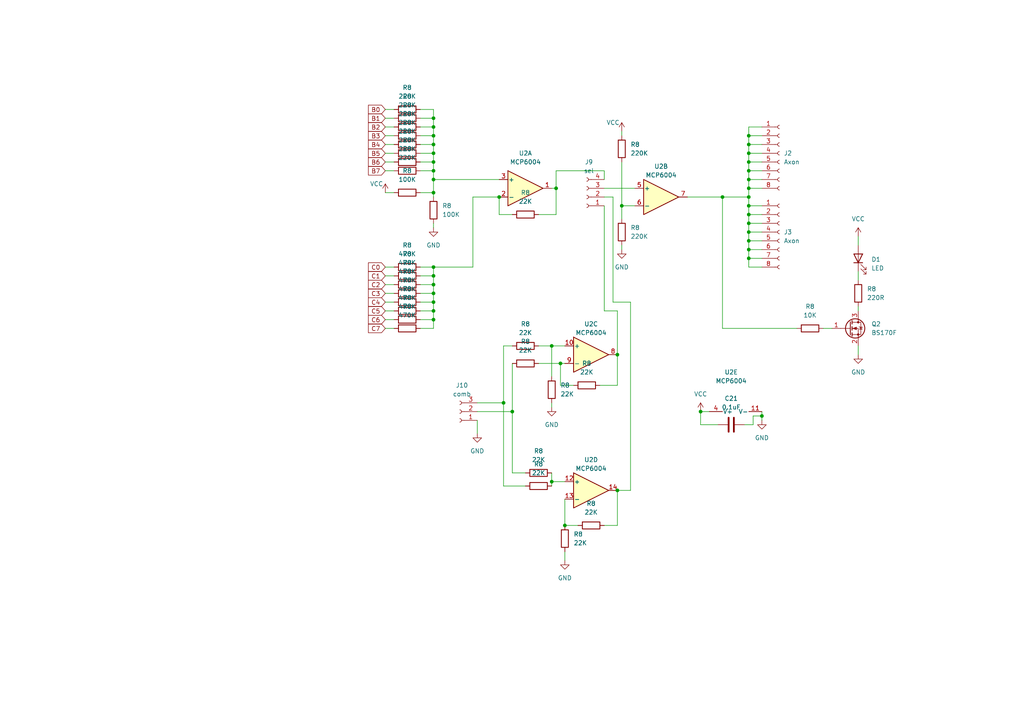
<source format=kicad_sch>
(kicad_sch (version 20230121) (generator eeschema)
  (paper "A4")
  (lib_symbols
    (symbol "Amplifier_Operational:MCP6004" (pin_names (offset 0.127))
      (property "Reference" "U" (at 0 5.08 0))
      (property "Value" "MCP6004" (at 0 -5.08 0))
      (symbol "MCP6004_1_1"
        (polyline (pts (xy -5.08 5.08) (xy 5.08 0) (xy -5.08 -5.08) (xy -5.08 5.08)) (stroke (width 0.254)) (fill (type background)))
        (pin output line (at 7.62 0 180) (length 2.54) (name "~") (number "1"))
        (pin input line (at -7.62 -2.54 0) (length 2.54) (name "-") (number "2"))
        (pin input line (at -7.62 2.54 0) (length 2.54) (name "+") (number "3"))
      )
      (symbol "MCP6004_2_1"
        (polyline (pts (xy -5.08 5.08) (xy 5.08 0) (xy -5.08 -5.08) (xy -5.08 5.08)) (stroke (width 0.254)) (fill (type background)))
        (pin input line (at -7.62 2.54 0) (length 2.54) (name "+") (number "5"))
        (pin input line (at -7.62 -2.54 0) (length 2.54) (name "-") (number "6"))
        (pin output line (at 7.62 0 180) (length 2.54) (name "~") (number "7"))
      )
      (symbol "MCP6004_3_1"
        (polyline (pts (xy -5.08 5.08) (xy 5.08 0) (xy -5.08 -5.08) (xy -5.08 5.08)) (stroke (width 0.254)) (fill (type background)))
        (pin input line (at -7.62 2.54 0) (length 2.54) (name "+") (number "10"))
        (pin output line (at 7.62 0 180) (length 2.54) (name "~") (number "8"))
        (pin input line (at -7.62 -2.54 0) (length 2.54) (name "-") (number "9"))
      )
      (symbol "MCP6004_4_1"
        (polyline (pts (xy -5.08 5.08) (xy 5.08 0) (xy -5.08 -5.08) (xy -5.08 5.08)) (stroke (width 0.254)) (fill (type background)))
        (pin input line (at -7.62 2.54 0) (length 2.54) (name "+") (number "12"))
        (pin input line (at -7.62 -2.54 0) (length 2.54) (name "-") (number "13"))
        (pin output line (at 7.62 0 180) (length 2.54) (name "~") (number "14"))
      )
      (symbol "MCP6004_5_1"
        (pin power_in line (at -2.54 -7.62 90) (length 3.81) (name "V-") (number "11"))
        (pin power_in line (at -2.54 7.62 270) (length 3.81) (name "V+") (number "4"))
      )
    )
    (symbol "Connector:Conn_01x03_Socket" (pin_names (offset 1.016) hide)
      (property "Reference" "J" (at 0 5.08 0))
      (property "Value" "Conn_01x03_Socket" (at 0 -5.08 0))
      (symbol "Conn_01x03_Socket_1_1"
        (arc (start 0 -2.032) (mid -0.5058 -2.54) (end 0 -3.048) (stroke (width 0.1524)))
        (polyline (pts (xy -1.27 -2.54) (xy -0.508 -2.54)) (stroke (width 0.1524)))
        (polyline (pts (xy -1.27 0) (xy -0.508 0)) (stroke (width 0.1524)))
        (polyline (pts (xy -1.27 2.54) (xy -0.508 2.54)) (stroke (width 0.1524)))
        (arc (start 0 0.508) (mid -0.5058 0) (end 0 -0.508) (stroke (width 0.1524)))
        (arc (start 0 3.048) (mid -0.5058 2.54) (end 0 2.032) (stroke (width 0.1524)))
        (pin passive line (at -5.08 2.54 0) (length 3.81) (name "Pin_1") (number "1"))
        (pin passive line (at -5.08 0 0) (length 3.81) (name "Pin_2") (number "2"))
        (pin passive line (at -5.08 -2.54 0) (length 3.81) (name "Pin_3") (number "3"))
      )
    )
    (symbol "Connector:Conn_01x04_Socket" (pin_names (offset 1.016) hide)
      (property "Reference" "J" (at 0 5.08 0))
      (property "Value" "Conn_01x04_Socket" (at 0 -7.62 0))
      (symbol "Conn_01x04_Socket_1_1"
        (arc (start 0 -4.572) (mid -0.5058 -5.08) (end 0 -5.588) (stroke (width 0.1524)))
        (arc (start 0 -2.032) (mid -0.5058 -2.54) (end 0 -3.048) (stroke (width 0.1524)))
        (polyline (pts (xy -1.27 -5.08) (xy -0.508 -5.08)) (stroke (width 0.1524)))
        (polyline (pts (xy -1.27 -2.54) (xy -0.508 -2.54)) (stroke (width 0.1524)))
        (polyline (pts (xy -1.27 0) (xy -0.508 0)) (stroke (width 0.1524)))
        (polyline (pts (xy -1.27 2.54) (xy -0.508 2.54)) (stroke (width 0.1524)))
        (arc (start 0 0.508) (mid -0.5058 0) (end 0 -0.508) (stroke (width 0.1524)))
        (arc (start 0 3.048) (mid -0.5058 2.54) (end 0 2.032) (stroke (width 0.1524)))
        (pin passive line (at -5.08 2.54 0) (length 3.81) (name "Pin_1") (number "1"))
        (pin passive line (at -5.08 0 0) (length 3.81) (name "Pin_2") (number "2"))
        (pin passive line (at -5.08 -2.54 0) (length 3.81) (name "Pin_3") (number "3"))
        (pin passive line (at -5.08 -5.08 0) (length 3.81) (name "Pin_4") (number "4"))
      )
    )
    (symbol "Connector:Conn_01x08_Socket" (pin_names (offset 1.016) hide)
      (property "Reference" "J" (at 0 10.16 0))
      (property "Value" "Conn_01x08_Socket" (at 0 -12.7 0))
      (symbol "Conn_01x08_Socket_1_1"
        (arc (start 0 -9.652) (mid -0.5058 -10.16) (end 0 -10.668) (stroke (width 0.1524)))
        (arc (start 0 -7.112) (mid -0.5058 -7.62) (end 0 -8.128) (stroke (width 0.1524)))
        (arc (start 0 -4.572) (mid -0.5058 -5.08) (end 0 -5.588) (stroke (width 0.1524)))
        (arc (start 0 -2.032) (mid -0.5058 -2.54) (end 0 -3.048) (stroke (width 0.1524)))
        (polyline (pts (xy -1.27 -10.16) (xy -0.508 -10.16)) (stroke (width 0.1524)))
        (polyline (pts (xy -1.27 -7.62) (xy -0.508 -7.62)) (stroke (width 0.1524)))
        (polyline (pts (xy -1.27 -5.08) (xy -0.508 -5.08)) (stroke (width 0.1524)))
        (polyline (pts (xy -1.27 -2.54) (xy -0.508 -2.54)) (stroke (width 0.1524)))
        (polyline (pts (xy -1.27 0) (xy -0.508 0)) (stroke (width 0.1524)))
        (polyline (pts (xy -1.27 2.54) (xy -0.508 2.54)) (stroke (width 0.1524)))
        (polyline (pts (xy -1.27 5.08) (xy -0.508 5.08)) (stroke (width 0.1524)))
        (polyline (pts (xy -1.27 7.62) (xy -0.508 7.62)) (stroke (width 0.1524)))
        (arc (start 0 0.508) (mid -0.5058 0) (end 0 -0.508) (stroke (width 0.1524)))
        (arc (start 0 3.048) (mid -0.5058 2.54) (end 0 2.032) (stroke (width 0.1524)))
        (arc (start 0 5.588) (mid -0.5058 5.08) (end 0 4.572) (stroke (width 0.1524)))
        (arc (start 0 8.128) (mid -0.5058 7.62) (end 0 7.112) (stroke (width 0.1524)))
        (pin passive line (at -5.08 7.62 0) (length 3.81) (name "Pin_1") (number "1"))
        (pin passive line (at -5.08 5.08 0) (length 3.81) (name "Pin_2") (number "2"))
        (pin passive line (at -5.08 2.54 0) (length 3.81) (name "Pin_3") (number "3"))
        (pin passive line (at -5.08 0 0) (length 3.81) (name "Pin_4") (number "4"))
        (pin passive line (at -5.08 -2.54 0) (length 3.81) (name "Pin_5") (number "5"))
        (pin passive line (at -5.08 -5.08 0) (length 3.81) (name "Pin_6") (number "6"))
        (pin passive line (at -5.08 -7.62 0) (length 3.81) (name "Pin_7") (number "7"))
        (pin passive line (at -5.08 -10.16 0) (length 3.81) (name "Pin_8") (number "8"))
      )
    )
    (symbol "Device:C" (pin_numbers hide) (pin_names (offset 0.254))
      (property "Reference" "C" (at 0.635 2.54 0))
      (property "Value" "C" (at 0.635 -2.54 0))
      (symbol "C_0_1"
        (polyline (pts (xy -2.032 -0.762) (xy 2.032 -0.762)) (stroke (width 0.508)))
        (polyline (pts (xy -2.032 0.762) (xy 2.032 0.762)) (stroke (width 0.508)))
      )
      (symbol "C_1_1"
        (pin passive line (at 0 3.81 270) (length 2.794) (name "~") (number "1"))
        (pin passive line (at 0 -3.81 90) (length 2.794) (name "~") (number "2"))
      )
    )
    (symbol "Device:LED" (pin_numbers hide) (pin_names (offset 1.016) hide)
      (property "Reference" "D" (at 0 2.54 0))
      (property "Value" "LED" (at 0 -2.54 0))
      (symbol "LED_0_1"
        (polyline (pts (xy -1.27 -1.27) (xy -1.27 1.27)) (stroke (width 0.254)))
        (polyline (pts (xy -1.27 0) (xy 1.27 0)))
        (polyline (pts (xy 1.27 -1.27) (xy 1.27 1.27) (xy -1.27 0) (xy 1.27 -1.27)) (stroke (width 0.254)))
        (polyline (pts (xy -3.048 -0.762) (xy -4.572 -2.286) (xy -3.81 -2.286) (xy -4.572 -2.286) (xy -4.572 -1.524)))
        (polyline (pts (xy -1.778 -0.762) (xy -3.302 -2.286) (xy -2.54 -2.286) (xy -3.302 -2.286) (xy -3.302 -1.524)))
      )
      (symbol "LED_1_1"
        (pin passive line (at -3.81 0 0) (length 2.54) (name "K") (number "1"))
        (pin passive line (at 3.81 0 180) (length 2.54) (name "A") (number "2"))
      )
    )
    (symbol "Device:R" (pin_numbers hide) (pin_names (offset 0))
      (property "Reference" "R" (at 2.032 0 90))
      (property "Value" "R" (at 0 0 90))
      (symbol "R_0_1"
        (rectangle (start -1.016 -2.54) (end 1.016 2.54) (stroke (width 0.254)))
      )
      (symbol "R_1_1"
        (pin passive line (at 0 3.81 270) (length 1.27) (name "~") (number "1"))
        (pin passive line (at 0 -3.81 90) (length 1.27) (name "~") (number "2"))
      )
    )
    (symbol "Transistor_FET:BS170F" (pin_names hide)
      (property "Reference" "Q" (at 5.08 1.905 0))
      (property "Value" "BS170F" (at 5.08 0 0))
      (symbol "BS170F_0_1"
        (polyline (pts (xy 0.254 0) (xy -2.54 0)))
        (polyline (pts (xy 0.254 1.905) (xy 0.254 -1.905)) (stroke (width 0.254)))
        (polyline (pts (xy 0.762 -1.27) (xy 0.762 -2.286)) (stroke (width 0.254)))
        (polyline (pts (xy 0.762 0.508) (xy 0.762 -0.508)) (stroke (width 0.254)))
        (polyline (pts (xy 0.762 2.286) (xy 0.762 1.27)) (stroke (width 0.254)))
        (polyline (pts (xy 2.54 2.54) (xy 2.54 1.778)))
        (polyline (pts (xy 2.54 -2.54) (xy 2.54 0) (xy 0.762 0)))
        (polyline (pts (xy 0.762 -1.778) (xy 3.302 -1.778) (xy 3.302 1.778) (xy 0.762 1.778)))
        (polyline (pts (xy 1.016 0) (xy 2.032 0.381) (xy 2.032 -0.381) (xy 1.016 0)) (fill (type outline)))
        (polyline (pts (xy 2.794 0.508) (xy 2.921 0.381) (xy 3.683 0.381) (xy 3.81 0.254)))
        (polyline (pts (xy 3.302 0.381) (xy 2.921 -0.254) (xy 3.683 -0.254) (xy 3.302 0.381)))
        (circle (center 1.651 0) (radius 2.794) (stroke (width 0.254)))
        (circle (center 2.54 -1.778) (radius 0.254) (fill (type outline)))
        (circle (center 2.54 1.778) (radius 0.254) (fill (type outline)))
      )
      (symbol "BS170F_1_1"
        (pin input line (at -5.08 0 0) (length 2.54) (name "G") (number "1"))
        (pin passive line (at 2.54 -5.08 90) (length 2.54) (name "S") (number "2"))
        (pin passive line (at 2.54 5.08 270) (length 2.54) (name "D") (number "3"))
      )
    )
    (symbol "power:GND" (power) (pin_names (offset 0))
      (property "Value" "GND" (at 0 -3.81 0))
      (symbol "GND_0_1"
        (polyline (pts (xy 0 0) (xy 0 -1.27) (xy 1.27 -1.27) (xy 0 -2.54) (xy -1.27 -1.27) (xy 0 -1.27)))
      )
      (symbol "GND_1_1"
        (pin power_in line (at 0 0 270) (length 0) hide (name "GND") (number "1"))
      )
    )
    (symbol "power:VCC" (power) (pin_names (offset 0))
      (property "Value" "VCC" (at 0 3.81 0))
      (symbol "VCC_0_1"
        (polyline (pts (xy -0.762 1.27) (xy 0 2.54)))
        (polyline (pts (xy 0 0) (xy 0 2.54)))
        (polyline (pts (xy 0 2.54) (xy 0.762 1.27)))
      )
      (symbol "VCC_1_1"
        (pin power_in line (at 0 0 90) (length 0) hide (name "VCC") (number "1"))
      )
    )
  )
  (junction (at 217.17 67.31))
  (junction (at 217.17 52.07))
  (junction (at 125.73 39.37))
  (junction (at 217.17 41.91))
  (junction (at 160.02 100.33))
  (junction (at 209.55 57.15))
  (junction (at 146.05 116.84))
  (junction (at 217.17 46.99))
  (junction (at 125.73 36.83))
  (junction (at 125.73 44.45))
  (junction (at 125.73 55.88))
  (junction (at 125.73 90.17))
  (junction (at 125.73 49.53))
  (junction (at 217.17 54.61))
  (junction (at 203.2 119.38))
  (junction (at 160.02 139.7))
  (junction (at 125.73 80.01))
  (junction (at 180.34 59.69))
  (junction (at 217.17 49.53))
  (junction (at 217.17 74.93))
  (junction (at 125.73 92.71))
  (junction (at 125.73 46.99))
  (junction (at 125.73 77.47))
  (junction (at 125.73 41.91))
  (junction (at 125.73 34.29))
  (junction (at 125.73 85.09))
  (junction (at 217.17 39.37))
  (junction (at 220.98 120.65))
  (junction (at 179.07 102.87))
  (junction (at 179.07 142.24))
  (junction (at 125.73 52.07))
  (junction (at 217.17 62.23))
  (junction (at 125.73 87.63))
  (junction (at 163.83 152.4))
  (junction (at 162.56 105.41))
  (junction (at 161.29 54.61))
  (junction (at 217.17 44.45))
  (junction (at 217.17 59.69))
  (junction (at 217.17 57.15))
  (junction (at 217.17 69.85))
  (junction (at 148.59 119.38))
  (junction (at 217.17 72.39))
  (junction (at 144.78 57.15))
  (junction (at 217.17 64.77))
  (junction (at 125.73 82.55))
  (wire (pts (xy 148.59 100.33) (xy 146.05 100.33)))
  (wire (pts (xy 175.26 90.17) (xy 179.07 90.17)))
  (wire (pts (xy 138.43 116.84) (xy 146.05 116.84)))
  (wire (pts (xy 121.92 41.91) (xy 125.73 41.91)))
  (wire (pts (xy 220.98 119.38) (xy 220.98 120.65)))
  (wire (pts (xy 121.92 46.99) (xy 125.73 46.99)))
  (wire (pts (xy 163.83 144.78) (xy 163.83 152.4)))
  (wire (pts (xy 125.73 31.75) (xy 121.92 31.75)))
  (wire (pts (xy 148.59 105.41) (xy 148.59 119.38)))
  (wire (pts (xy 160.02 139.7) (xy 163.83 139.7)))
  (wire (pts (xy 121.92 82.55) (xy 125.73 82.55)))
  (wire (pts (xy 121.92 92.71) (xy 125.73 92.71)))
  (wire (pts (xy 217.17 54.61) (xy 220.98 54.61)))
  (wire (pts (xy 137.16 57.15) (xy 137.16 77.47)))
  (wire (pts (xy 248.92 78.74) (xy 248.92 81.28)))
  (wire (pts (xy 162.56 111.76) (xy 162.56 105.41)))
  (wire (pts (xy 238.76 95.25) (xy 241.3 95.25)))
  (wire (pts (xy 146.05 116.84) (xy 146.05 140.97)))
  (wire (pts (xy 215.9 123.19) (xy 218.44 123.19)))
  (wire (pts (xy 121.92 95.25) (xy 125.73 95.25)))
  (wire (pts (xy 217.17 74.93) (xy 217.17 77.47)))
  (wire (pts (xy 121.92 39.37) (xy 125.73 39.37)))
  (wire (pts (xy 111.76 55.88) (xy 114.3 55.88)))
  (wire (pts (xy 217.17 62.23) (xy 220.98 62.23)))
  (wire (pts (xy 121.92 85.09) (xy 125.73 85.09)))
  (wire (pts (xy 160.02 137.16) (xy 160.02 139.7)))
  (wire (pts (xy 121.92 87.63) (xy 125.73 87.63)))
  (wire (pts (xy 161.29 49.53) (xy 161.29 54.61)))
  (wire (pts (xy 160.02 139.7) (xy 160.02 140.97)))
  (wire (pts (xy 111.76 82.55) (xy 114.3 82.55)))
  (wire (pts (xy 111.76 85.09) (xy 114.3 85.09)))
  (wire (pts (xy 111.76 49.53) (xy 114.3 49.53)))
  (wire (pts (xy 163.83 160.02) (xy 163.83 162.56)))
  (wire (pts (xy 111.76 36.83) (xy 114.3 36.83)))
  (wire (pts (xy 218.44 120.65) (xy 220.98 120.65)))
  (wire (pts (xy 179.07 111.76) (xy 179.07 102.87)))
  (wire (pts (xy 217.17 41.91) (xy 217.17 44.45)))
  (wire (pts (xy 217.17 46.99) (xy 220.98 46.99)))
  (wire (pts (xy 121.92 80.01) (xy 125.73 80.01)))
  (wire (pts (xy 125.73 82.55) (xy 125.73 85.09)))
  (wire (pts (xy 125.73 90.17) (xy 125.73 92.71)))
  (wire (pts (xy 111.76 41.91) (xy 114.3 41.91)))
  (wire (pts (xy 217.17 54.61) (xy 217.17 57.15)))
  (wire (pts (xy 121.92 90.17) (xy 125.73 90.17)))
  (wire (pts (xy 173.99 111.76) (xy 179.07 111.76)))
  (wire (pts (xy 161.29 62.23) (xy 156.21 62.23)))
  (wire (pts (xy 144.78 57.15) (xy 144.78 62.23)))
  (wire (pts (xy 217.17 39.37) (xy 220.98 39.37)))
  (wire (pts (xy 156.21 100.33) (xy 160.02 100.33)))
  (wire (pts (xy 217.17 49.53) (xy 217.17 52.07)))
  (wire (pts (xy 248.92 88.9) (xy 248.92 90.17)))
  (wire (pts (xy 217.17 44.45) (xy 217.17 46.99)))
  (wire (pts (xy 163.83 152.4) (xy 167.64 152.4)))
  (wire (pts (xy 125.73 57.15) (xy 125.73 55.88)))
  (wire (pts (xy 148.59 137.16) (xy 152.4 137.16)))
  (wire (pts (xy 125.73 92.71) (xy 125.73 95.25)))
  (wire (pts (xy 161.29 54.61) (xy 161.29 62.23)))
  (wire (pts (xy 125.73 52.07) (xy 144.78 52.07)))
  (wire (pts (xy 217.17 69.85) (xy 217.17 72.39)))
  (wire (pts (xy 217.17 59.69) (xy 220.98 59.69)))
  (wire (pts (xy 180.34 46.99) (xy 180.34 59.69)))
  (wire (pts (xy 125.73 46.99) (xy 125.73 44.45)))
  (wire (pts (xy 111.76 92.71) (xy 114.3 92.71)))
  (wire (pts (xy 111.76 87.63) (xy 114.3 87.63)))
  (wire (pts (xy 175.26 52.07) (xy 175.26 49.53)))
  (wire (pts (xy 199.39 57.15) (xy 209.55 57.15)))
  (wire (pts (xy 182.88 142.24) (xy 179.07 142.24)))
  (wire (pts (xy 203.2 119.38) (xy 205.74 119.38)))
  (wire (pts (xy 209.55 95.25) (xy 231.14 95.25)))
  (wire (pts (xy 148.59 119.38) (xy 148.59 137.16)))
  (wire (pts (xy 209.55 57.15) (xy 217.17 57.15)))
  (wire (pts (xy 146.05 140.97) (xy 152.4 140.97)))
  (wire (pts (xy 111.76 77.47) (xy 114.3 77.47)))
  (wire (pts (xy 125.73 39.37) (xy 125.73 36.83)))
  (wire (pts (xy 125.73 80.01) (xy 125.73 82.55)))
  (wire (pts (xy 217.17 46.99) (xy 217.17 49.53)))
  (wire (pts (xy 220.98 36.83) (xy 217.17 36.83)))
  (wire (pts (xy 220.98 120.65) (xy 220.98 121.92)))
  (wire (pts (xy 125.73 44.45) (xy 125.73 41.91)))
  (wire (pts (xy 217.17 52.07) (xy 220.98 52.07)))
  (wire (pts (xy 217.17 41.91) (xy 220.98 41.91)))
  (wire (pts (xy 111.76 39.37) (xy 114.3 39.37)))
  (wire (pts (xy 217.17 39.37) (xy 217.17 41.91)))
  (wire (pts (xy 175.26 54.61) (xy 184.15 54.61)))
  (wire (pts (xy 179.07 90.17) (xy 179.07 102.87)))
  (wire (pts (xy 166.37 111.76) (xy 162.56 111.76)))
  (wire (pts (xy 125.73 34.29) (xy 125.73 31.75)))
  (wire (pts (xy 125.73 36.83) (xy 125.73 34.29)))
  (wire (pts (xy 138.43 121.92) (xy 138.43 125.73)))
  (wire (pts (xy 175.26 57.15) (xy 177.8 57.15)))
  (wire (pts (xy 160.02 100.33) (xy 160.02 109.22)))
  (wire (pts (xy 217.17 57.15) (xy 217.17 59.69)))
  (wire (pts (xy 180.34 59.69) (xy 180.34 63.5)))
  (wire (pts (xy 125.73 41.91) (xy 125.73 39.37)))
  (wire (pts (xy 217.17 49.53) (xy 220.98 49.53)))
  (wire (pts (xy 209.55 57.15) (xy 209.55 95.25)))
  (wire (pts (xy 156.21 105.41) (xy 162.56 105.41)))
  (wire (pts (xy 175.26 152.4) (xy 179.07 152.4)))
  (wire (pts (xy 177.8 87.63) (xy 182.88 87.63)))
  (wire (pts (xy 160.02 54.61) (xy 161.29 54.61)))
  (wire (pts (xy 217.17 44.45) (xy 220.98 44.45)))
  (wire (pts (xy 160.02 116.84) (xy 160.02 118.11)))
  (wire (pts (xy 217.17 59.69) (xy 217.17 62.23)))
  (wire (pts (xy 208.28 123.19) (xy 203.2 123.19)))
  (wire (pts (xy 180.34 59.69) (xy 184.15 59.69)))
  (wire (pts (xy 182.88 87.63) (xy 182.88 142.24)))
  (wire (pts (xy 217.17 67.31) (xy 217.17 69.85)))
  (wire (pts (xy 160.02 100.33) (xy 163.83 100.33)))
  (wire (pts (xy 125.73 49.53) (xy 125.73 46.99)))
  (wire (pts (xy 125.73 85.09) (xy 125.73 87.63)))
  (wire (pts (xy 217.17 69.85) (xy 220.98 69.85)))
  (wire (pts (xy 162.56 105.41) (xy 163.83 105.41)))
  (wire (pts (xy 217.17 77.47) (xy 220.98 77.47)))
  (wire (pts (xy 111.76 90.17) (xy 114.3 90.17)))
  (wire (pts (xy 125.73 77.47) (xy 121.92 77.47)))
  (wire (pts (xy 217.17 52.07) (xy 217.17 54.61)))
  (wire (pts (xy 217.17 72.39) (xy 217.17 74.93)))
  (wire (pts (xy 111.76 95.25) (xy 114.3 95.25)))
  (wire (pts (xy 111.76 31.75) (xy 114.3 31.75)))
  (wire (pts (xy 137.16 77.47) (xy 125.73 77.47)))
  (wire (pts (xy 203.2 123.19) (xy 203.2 119.38)))
  (wire (pts (xy 180.34 38.1) (xy 180.34 39.37)))
  (wire (pts (xy 121.92 55.88) (xy 125.73 55.88)))
  (wire (pts (xy 248.92 68.58) (xy 248.92 71.12)))
  (wire (pts (xy 177.8 57.15) (xy 177.8 87.63)))
  (wire (pts (xy 125.73 64.77) (xy 125.73 66.04)))
  (wire (pts (xy 217.17 64.77) (xy 217.17 67.31)))
  (wire (pts (xy 125.73 55.88) (xy 125.73 52.07)))
  (wire (pts (xy 217.17 72.39) (xy 220.98 72.39)))
  (wire (pts (xy 111.76 46.99) (xy 114.3 46.99)))
  (wire (pts (xy 217.17 74.93) (xy 220.98 74.93)))
  (wire (pts (xy 111.76 34.29) (xy 114.3 34.29)))
  (wire (pts (xy 217.17 62.23) (xy 217.17 64.77)))
  (wire (pts (xy 217.17 64.77) (xy 220.98 64.77)))
  (wire (pts (xy 218.44 123.19) (xy 218.44 120.65)))
  (wire (pts (xy 217.17 36.83) (xy 217.17 39.37)))
  (wire (pts (xy 138.43 119.38) (xy 148.59 119.38)))
  (wire (pts (xy 111.76 80.01) (xy 114.3 80.01)))
  (wire (pts (xy 121.92 36.83) (xy 125.73 36.83)))
  (wire (pts (xy 175.26 59.69) (xy 175.26 90.17)))
  (wire (pts (xy 144.78 62.23) (xy 148.59 62.23)))
  (wire (pts (xy 146.05 100.33) (xy 146.05 116.84)))
  (wire (pts (xy 217.17 67.31) (xy 220.98 67.31)))
  (wire (pts (xy 175.26 49.53) (xy 161.29 49.53)))
  (wire (pts (xy 180.34 71.12) (xy 180.34 72.39)))
  (wire (pts (xy 121.92 34.29) (xy 125.73 34.29)))
  (wire (pts (xy 179.07 152.4) (xy 179.07 142.24)))
  (wire (pts (xy 125.73 80.01) (xy 125.73 77.47)))
  (wire (pts (xy 125.73 52.07) (xy 125.73 49.53)))
  (wire (pts (xy 121.92 44.45) (xy 125.73 44.45)))
  (wire (pts (xy 125.73 87.63) (xy 125.73 90.17)))
  (wire (pts (xy 121.92 49.53) (xy 125.73 49.53)))
  (wire (pts (xy 111.76 44.45) (xy 114.3 44.45)))
  (wire (pts (xy 248.92 100.33) (xy 248.92 102.87)))
  (wire (pts (xy 144.78 57.15) (xy 137.16 57.15)))
  (global_label "C2" (shape input) (at 111.76 82.55 180) (property "Intersheetrefs" "${INTERSHEET_REFS}" (effects hide)))
  (global_label "B5" (shape input) (at 111.76 44.45 180) (property "Intersheetrefs" "${INTERSHEET_REFS}" (effects hide)))
  (global_label "B0" (shape input) (at 111.76 31.75 180) (property "Intersheetrefs" "${INTERSHEET_REFS}" (effects hide)))
  (global_label "B4" (shape input) (at 111.76 41.91 180) (property "Intersheetrefs" "${INTERSHEET_REFS}" (effects hide)))
  (global_label "C0" (shape input) (at 111.76 77.47 180) (property "Intersheetrefs" "${INTERSHEET_REFS}" (effects hide)))
  (global_label "B7" (shape input) (at 111.76 49.53 180) (property "Intersheetrefs" "${INTERSHEET_REFS}" (effects hide)))
  (global_label "C6" (shape input) (at 111.76 92.71 180) (property "Intersheetrefs" "${INTERSHEET_REFS}" (effects hide)))
  (global_label "C7" (shape input) (at 111.76 95.25 180) (property "Intersheetrefs" "${INTERSHEET_REFS}" (effects hide)))
  (global_label "C5" (shape input) (at 111.76 90.17 180) (property "Intersheetrefs" "${INTERSHEET_REFS}" (effects hide)))
  (global_label "C1" (shape input) (at 111.76 80.01 180) (property "Intersheetrefs" "${INTERSHEET_REFS}" (effects hide)))
  (global_label "B1" (shape input) (at 111.76 34.29 180) (property "Intersheetrefs" "${INTERSHEET_REFS}" (effects hide)))
  (global_label "C4" (shape input) (at 111.76 87.63 180) (property "Intersheetrefs" "${INTERSHEET_REFS}" (effects hide)))
  (global_label "B3" (shape input) (at 111.76 39.37 180) (property "Intersheetrefs" "${INTERSHEET_REFS}" (effects hide)))
  (global_label "B2" (shape input) (at 111.76 36.83 180) (property "Intersheetrefs" "${INTERSHEET_REFS}" (effects hide)))
  (global_label "B6" (shape input) (at 111.76 46.99 180) (property "Intersheetrefs" "${INTERSHEET_REFS}" (effects hide)))
  (global_label "C3" (shape input) (at 111.76 85.09 180) (property "Intersheetrefs" "${INTERSHEET_REFS}" (effects hide)))
  (symbol (lib_id "Device:R") (at 118.11 41.91 270) (unit 1)
    (property "Reference" "R8" (at 118.11 35.56 90))
    (property "Value" "220K" (at 118.11 38.1 90))
    (property "Footprint" "Resistor_SMD:R_0805_2012Metric" (effects hide))
    (instances (project "one-synapse-electronic" (path "" (reference "R8") (unit 1)) (path "" (reference "R24") (unit 1)) (path "" (reference "R46") (unit 1)) (path "" (reference "R63") (unit 1))))
  )
  (symbol (lib_id "Amplifier_Operational:MCP6004") (at 171.45 142.24 0) (unit 4)
    (property "Reference" "U2" (at 171.45 133.35 0))
    (property "Value" "MCP6004" (at 171.45 135.89 0))
    (property "Footprint" "Package_SO:HTSSOP-14-1EP_4.4x5mm_P0.65mm_EP3.4x5mm_Mask3x3.1mm" (effects hide))
    (property "Datasheet" "http://ww1.microchip.com/downloads/en/DeviceDoc/21733j.pdf" (effects hide))
    (instances (project "one-synapse-electronic" (path "" (reference "U2") (unit 4)) (path "" (reference "U5") (unit 4)) (path "" (reference "U6") (unit 4))))
  )
  (symbol (lib_id "power:VCC") (at 111.76 55.88 0) (unit 1)
    (property "Reference" "#PWR015" (effects hide))
    (property "Value" "VCC" (at 109.22 53.34 0))
    (instances (project "one-synapse-electronic" (path "" (reference "#PWR015") (unit 1)) (path "" (reference "#PWR036") (unit 1))))
  )
  (symbol (lib_id "Device:R") (at 118.11 34.29 270) (unit 1)
    (property "Reference" "R8" (at 118.11 27.94 90))
    (property "Value" "220K" (at 118.11 30.48 90))
    (property "Footprint" "Resistor_SMD:R_0805_2012Metric" (effects hide))
    (instances (project "one-synapse-electronic" (path "" (reference "R8") (unit 1)) (path "" (reference "R24") (unit 1)) (path "" (reference "R46") (unit 1)) (path "" (reference "R60") (unit 1))))
  )
  (symbol (lib_id "Device:R") (at 118.11 82.55 270) (unit 1)
    (property "Reference" "R8" (at 118.11 76.2 90))
    (property "Value" "470K" (at 118.11 78.74 90))
    (property "Footprint" "Resistor_SMD:R_0805_2012Metric" (effects hide))
    (instances (project "one-synapse-electronic" (path "" (reference "R8") (unit 1)) (path "" (reference "R24") (unit 1)) (path "" (reference "R46") (unit 1)) (path "" (reference "R53") (unit 1))))
  )
  (symbol (lib_id "Amplifier_Operational:MCP6004") (at 191.77 57.15 0) (unit 2)
    (property "Reference" "U2" (at 191.77 48.26 0))
    (property "Value" "MCP6004" (at 191.77 50.8 0))
    (property "Footprint" "Package_SO:HTSSOP-14-1EP_4.4x5mm_P0.65mm_EP3.4x5mm_Mask3x3.1mm" (effects hide))
    (property "Datasheet" "http://ww1.microchip.com/downloads/en/DeviceDoc/21733j.pdf" (effects hide))
    (instances (project "one-synapse-electronic" (path "" (reference "U2") (unit 2)) (path "" (reference "U5") (unit 2)) (path "" (reference "U6") (unit 2))))
  )
  (symbol (lib_id "Connector:Conn_01x08_Socket") (at 226.06 67.31 0) (unit 1)
    (property "Reference" "J3" (at 227.33 67.31 0) (effects (justify left)))
    (property "Value" "Axon" (at 227.33 69.85 0) (effects (justify left)))
    (property "Footprint" "Connector_PinSocket_2.54mm:PinSocket_1x08_P2.54mm_Vertical" (effects hide))
    (instances (project "one-synapse-electronic" (path "" (reference "J3") (unit 1)) (path "" (reference "J2") (unit 1))))
  )
  (symbol (lib_id "Device:R") (at 156.21 137.16 270) (unit 1)
    (property "Reference" "R8" (at 156.21 130.81 90))
    (property "Value" "22K" (at 156.21 133.35 90))
    (property "Footprint" "Resistor_SMD:R_0805_2012Metric" (effects hide))
    (instances (project "one-synapse-electronic" (path "" (reference "R8") (unit 1)) (path "" (reference "R24") (unit 1)) (path "" (reference "R46") (unit 1)) (path "" (reference "R76") (unit 1))))
  )
  (symbol (lib_id "Device:R") (at 118.11 36.83 270) (unit 1)
    (property "Reference" "R8" (at 118.11 30.48 90))
    (property "Value" "220K" (at 118.11 33.02 90))
    (property "Footprint" "Resistor_SMD:R_0805_2012Metric" (effects hide))
    (instances (project "one-synapse-electronic" (path "" (reference "R8") (unit 1)) (path "" (reference "R24") (unit 1)) (path "" (reference "R46") (unit 1)) (path "" (reference "R61") (unit 1))))
  )
  (symbol (lib_id "power:VCC") (at 203.2 119.38 0) (unit 1)
    (property "Reference" "#PWR015" (effects hide))
    (property "Value" "VCC" (at 203.2 114.3 0))
    (instances (project "one-synapse-electronic" (path "" (reference "#PWR015") (unit 1)) (path "" (reference "#PWR017") (unit 1))))
  )
  (symbol (lib_id "Device:R") (at 118.11 85.09 270) (unit 1)
    (property "Reference" "R8" (at 118.11 78.74 90))
    (property "Value" "470K" (at 118.11 81.28 90))
    (property "Footprint" "Resistor_SMD:R_0805_2012Metric" (effects hide))
    (instances (project "one-synapse-electronic" (path "" (reference "R8") (unit 1)) (path "" (reference "R24") (unit 1)) (path "" (reference "R46") (unit 1)) (path "" (reference "R54") (unit 1))))
  )
  (symbol (lib_id "Amplifier_Operational:MCP6004") (at 171.45 102.87 0) (unit 3)
    (property "Reference" "U2" (at 171.45 93.98 0))
    (property "Value" "MCP6004" (at 171.45 96.52 0))
    (property "Footprint" "Package_SO:HTSSOP-14-1EP_4.4x5mm_P0.65mm_EP3.4x5mm_Mask3x3.1mm" (effects hide))
    (property "Datasheet" "http://ww1.microchip.com/downloads/en/DeviceDoc/21733j.pdf" (effects hide))
    (instances (project "one-synapse-electronic" (path "" (reference "U2") (unit 3)) (path "" (reference "U5") (unit 3)) (path "" (reference "U6") (unit 3))))
  )
  (symbol (lib_id "Device:R") (at 234.95 95.25 270) (unit 1)
    (property "Reference" "R8" (at 234.95 88.9 90))
    (property "Value" "10K" (at 234.95 91.44 90))
    (property "Footprint" "Resistor_SMD:R_0805_2012Metric" (effects hide))
    (instances (project "one-synapse-electronic" (path "" (reference "R8") (unit 1)) (path "" (reference "R24") (unit 1)) (path "" (reference "R46") (unit 1)) (path "" (reference "R79") (unit 1))))
  )
  (symbol (lib_id "Device:R") (at 170.18 111.76 270) (unit 1)
    (property "Reference" "R8" (at 170.18 105.41 90))
    (property "Value" "22K" (at 170.18 107.95 90))
    (property "Footprint" "Resistor_SMD:R_0805_2012Metric" (effects hide))
    (instances (project "one-synapse-electronic" (path "" (reference "R8") (unit 1)) (path "" (reference "R24") (unit 1)) (path "" (reference "R46") (unit 1)) (path "" (reference "R71") (unit 1))))
  )
  (symbol (lib_id "power:VCC") (at 248.92 68.58 0) (unit 1)
    (property "Reference" "#PWR015" (effects hide))
    (property "Value" "VCC" (at 248.92 63.5 0))
    (instances (project "one-synapse-electronic" (path "" (reference "#PWR015") (unit 1)) (path "" (reference "#PWR046") (unit 1))))
  )
  (symbol (lib_id "Amplifier_Operational:MCP6004") (at 213.36 116.84 90) (unit 5)
    (property "Reference" "U2" (at 212.09 107.95 90))
    (property "Value" "MCP6004" (at 212.09 110.49 90))
    (property "Footprint" "Package_SO:HTSSOP-14-1EP_4.4x5mm_P0.65mm_EP3.4x5mm_Mask3x3.1mm" (effects hide))
    (property "Datasheet" "http://ww1.microchip.com/downloads/en/DeviceDoc/21733j.pdf" (effects hide))
    (instances (project "one-synapse-electronic" (path "" (reference "U2") (unit 5)) (path "" (reference "U5") (unit 5)) (path "" (reference "U6") (unit 5))))
  )
  (symbol (lib_id "Device:LED") (at 248.92 74.93 90) (unit 1)
    (property "Reference" "D1" (at 252.73 75.2475 90) (effects (justify right)))
    (property "Value" "LED" (at 252.73 77.7875 90) (effects (justify right)))
    (property "Footprint" "LED_SMD:LED_0805_2012Metric_Pad1.15x1.40mm_HandSolder" (effects hide))
  )
  (symbol (lib_id "Device:R") (at 152.4 62.23 270) (unit 1)
    (property "Reference" "R8" (at 152.4 55.88 90))
    (property "Value" "22K" (at 152.4 58.42 90))
    (property "Footprint" "Resistor_SMD:R_0805_2012Metric" (effects hide))
    (instances (project "one-synapse-electronic" (path "" (reference "R8") (unit 1)) (path "" (reference "R24") (unit 1)) (path "" (reference "R46") (unit 1)) (path "" (reference "R50") (unit 1))))
  )
  (symbol (lib_id "Connector:Conn_01x03_Socket") (at 133.35 119.38 180) (unit 1)
    (property "Reference" "J10" (at 133.985 111.76 0))
    (property "Value" "comb" (at 133.985 114.3 0))
    (property "Footprint" "Connector_PinSocket_2.54mm:PinSocket_1x03_P2.54mm_Vertical" (effects hide))
  )
  (symbol (lib_id "Device:R") (at 118.11 46.99 270) (unit 1)
    (property "Reference" "R8" (at 118.11 40.64 90))
    (property "Value" "220K" (at 118.11 43.18 90))
    (property "Footprint" "Resistor_SMD:R_0805_2012Metric" (effects hide))
    (instances (project "one-synapse-electronic" (path "" (reference "R8") (unit 1)) (path "" (reference "R24") (unit 1)) (path "" (reference "R46") (unit 1)) (path "" (reference "R65") (unit 1))))
  )
  (symbol (lib_id "power:GND") (at 160.02 118.11 0) (unit 1)
    (property "Reference" "#PWR01" (effects hide))
    (property "Value" "GND" (at 160.02 123.19 0))
    (instances (project "one-synapse-electronic" (path "" (reference "#PWR01") (unit 1)) (path "" (reference "#PWR022") (unit 1)) (path "" (reference "#PWR016") (unit 1)) (path "" (reference "#PWR042") (unit 1))))
  )
  (symbol (lib_id "Connector:Conn_01x08_Socket") (at 226.06 44.45 0) (unit 1)
    (property "Reference" "J2" (at 227.33 44.45 0) (effects (justify left)))
    (property "Value" "Axon" (at 227.33 46.99 0) (effects (justify left)))
    (property "Footprint" "Connector_PinSocket_2.54mm:PinSocket_1x08_P2.54mm_Vertical" (effects hide))
    (instances (project "one-synapse-electronic" (path "" (reference "J2") (unit 1)) (path "" (reference "J3") (unit 1))))
  )
  (symbol (lib_id "Device:R") (at 118.11 92.71 270) (unit 1)
    (property "Reference" "R8" (at 118.11 86.36 90))
    (property "Value" "470K" (at 118.11 88.9 90))
    (property "Footprint" "Resistor_SMD:R_0805_2012Metric" (effects hide))
    (instances (project "one-synapse-electronic" (path "" (reference "R8") (unit 1)) (path "" (reference "R24") (unit 1)) (path "" (reference "R46") (unit 1)) (path "" (reference "R57") (unit 1))))
  )
  (symbol (lib_id "Device:R") (at 118.11 39.37 270) (unit 1)
    (property "Reference" "R8" (at 118.11 33.02 90))
    (property "Value" "220K" (at 118.11 35.56 90))
    (property "Footprint" "Resistor_SMD:R_0805_2012Metric" (effects hide))
    (instances (project "one-synapse-electronic" (path "" (reference "R8") (unit 1)) (path "" (reference "R24") (unit 1)) (path "" (reference "R46") (unit 1)) (path "" (reference "R62") (unit 1))))
  )
  (symbol (lib_id "power:GND") (at 138.43 125.73 0) (unit 1)
    (property "Reference" "#PWR01" (effects hide))
    (property "Value" "GND" (at 138.43 130.81 0))
    (instances (project "one-synapse-electronic" (path "" (reference "#PWR01") (unit 1)) (path "" (reference "#PWR022") (unit 1)) (path "" (reference "#PWR016") (unit 1)) (path "" (reference "#PWR044") (unit 1))))
  )
  (symbol (lib_id "Device:R") (at 156.21 140.97 270) (unit 1)
    (property "Reference" "R8" (at 156.21 134.62 90))
    (property "Value" "22K" (at 156.21 137.16 90))
    (property "Footprint" "Resistor_SMD:R_0805_2012Metric" (effects hide))
    (instances (project "one-synapse-electronic" (path "" (reference "R8") (unit 1)) (path "" (reference "R24") (unit 1)) (path "" (reference "R46") (unit 1)) (path "" (reference "R77") (unit 1))))
  )
  (symbol (lib_id "Device:R") (at 125.73 60.96 0) (unit 1)
    (property "Reference" "R8" (at 128.27 59.69 0) (effects (justify left)))
    (property "Value" "100K" (at 128.27 62.23 0) (effects (justify left)))
    (property "Footprint" "Resistor_SMD:R_0805_2012Metric" (effects hide))
    (instances (project "one-synapse-electronic" (path "" (reference "R8") (unit 1)) (path "" (reference "R24") (unit 1)) (path "" (reference "R46") (unit 1)) (path "" (reference "R68") (unit 1))))
  )
  (symbol (lib_id "Device:R") (at 180.34 67.31 0) (unit 1)
    (property "Reference" "R8" (at 182.88 66.04 0) (effects (justify left)))
    (property "Value" "220K" (at 182.88 68.58 0) (effects (justify left)))
    (property "Footprint" "Resistor_SMD:R_0805_2012Metric" (effects hide))
    (instances (project "one-synapse-electronic" (path "" (reference "R8") (unit 1)) (path "" (reference "R24") (unit 1)) (path "" (reference "R46") (unit 1)) (path "" (reference "R70") (unit 1))))
  )
  (symbol (lib_id "power:GND") (at 180.34 72.39 0) (unit 1)
    (property "Reference" "#PWR01" (effects hide))
    (property "Value" "GND" (at 180.34 77.47 0))
    (instances (project "one-synapse-electronic" (path "" (reference "#PWR01") (unit 1)) (path "" (reference "#PWR022") (unit 1)) (path "" (reference "#PWR016") (unit 1)) (path "" (reference "#PWR039") (unit 1))))
  )
  (symbol (lib_id "Device:C") (at 212.09 123.19 270) (unit 1)
    (property "Reference" "C21" (at 212.09 115.57 90))
    (property "Value" "0.1uF" (at 212.09 118.11 90))
    (property "Footprint" "Capacitor_SMD:C_0805_2012Metric" (effects hide))
    (instances (project "one-synapse-electronic" (path "" (reference "C21") (unit 1)) (path "" (reference "C22") (unit 1))))
  )
  (symbol (lib_id "Device:R") (at 160.02 113.03 0) (unit 1)
    (property "Reference" "R8" (at 162.56 111.76 0) (effects (justify left)))
    (property "Value" "22K" (at 162.56 114.3 0) (effects (justify left)))
    (property "Footprint" "Resistor_SMD:R_0805_2012Metric" (effects hide))
    (instances (project "one-synapse-electronic" (path "" (reference "R8") (unit 1)) (path "" (reference "R24") (unit 1)) (path "" (reference "R46") (unit 1)) (path "" (reference "R74") (unit 1))))
  )
  (symbol (lib_id "Device:R") (at 163.83 156.21 0) (unit 1)
    (property "Reference" "R8" (at 166.37 154.94 0) (effects (justify left)))
    (property "Value" "22K" (at 166.37 157.48 0) (effects (justify left)))
    (property "Footprint" "Resistor_SMD:R_0805_2012Metric" (effects hide))
    (instances (project "one-synapse-electronic" (path "" (reference "R8") (unit 1)) (path "" (reference "R24") (unit 1)) (path "" (reference "R46") (unit 1)) (path "" (reference "R78") (unit 1))))
  )
  (symbol (lib_id "Device:R") (at 180.34 43.18 0) (unit 1)
    (property "Reference" "R8" (at 182.88 41.91 0) (effects (justify left)))
    (property "Value" "220K" (at 182.88 44.45 0) (effects (justify left)))
    (property "Footprint" "Resistor_SMD:R_0805_2012Metric" (effects hide))
    (instances (project "one-synapse-electronic" (path "" (reference "R8") (unit 1)) (path "" (reference "R24") (unit 1)) (path "" (reference "R46") (unit 1)) (path "" (reference "R69") (unit 1))))
  )
  (symbol (lib_id "Connector:Conn_01x04_Socket") (at 170.18 57.15 180) (unit 1)
    (property "Reference" "J9" (at 170.815 46.99 0))
    (property "Value" "sel" (at 170.815 49.53 0))
    (property "Footprint" "Connector_PinSocket_2.54mm:PinSocket_1x04_P2.54mm_Vertical" (effects hide))
  )
  (symbol (lib_id "power:GND") (at 163.83 162.56 0) (unit 1)
    (property "Reference" "#PWR01" (effects hide))
    (property "Value" "GND" (at 163.83 167.64 0))
    (instances (project "one-synapse-electronic" (path "" (reference "#PWR01") (unit 1)) (path "" (reference "#PWR022") (unit 1)) (path "" (reference "#PWR016") (unit 1)) (path "" (reference "#PWR043") (unit 1))))
  )
  (symbol (lib_id "Device:R") (at 171.45 152.4 270) (unit 1)
    (property "Reference" "R8" (at 171.45 146.05 90))
    (property "Value" "22K" (at 171.45 148.59 90))
    (property "Footprint" "Resistor_SMD:R_0805_2012Metric" (effects hide))
    (instances (project "one-synapse-electronic" (path "" (reference "R8") (unit 1)) (path "" (reference "R24") (unit 1)) (path "" (reference "R46") (unit 1)) (path "" (reference "R75") (unit 1))))
  )
  (symbol (lib_id "Device:R") (at 118.11 90.17 270) (unit 1)
    (property "Reference" "R8" (at 118.11 83.82 90))
    (property "Value" "470K" (at 118.11 86.36 90))
    (property "Footprint" "Resistor_SMD:R_0805_2012Metric" (effects hide))
    (instances (project "one-synapse-electronic" (path "" (reference "R8") (unit 1)) (path "" (reference "R24") (unit 1)) (path "" (reference "R46") (unit 1)) (path "" (reference "R56") (unit 1))))
  )
  (symbol (lib_id "Device:R") (at 118.11 44.45 270) (unit 1)
    (property "Reference" "R8" (at 118.11 38.1 90))
    (property "Value" "220K" (at 118.11 40.64 90))
    (property "Footprint" "Resistor_SMD:R_0805_2012Metric" (effects hide))
    (instances (project "one-synapse-electronic" (path "" (reference "R8") (unit 1)) (path "" (reference "R24") (unit 1)) (path "" (reference "R46") (unit 1)) (path "" (reference "R64") (unit 1))))
  )
  (symbol (lib_id "power:GND") (at 248.92 102.87 0) (unit 1)
    (property "Reference" "#PWR01" (effects hide))
    (property "Value" "GND" (at 248.92 107.95 0))
    (instances (project "one-synapse-electronic" (path "" (reference "#PWR01") (unit 1)) (path "" (reference "#PWR022") (unit 1)) (path "" (reference "#PWR016") (unit 1)) (path "" (reference "#PWR045") (unit 1))))
  )
  (symbol (lib_id "Device:R") (at 118.11 49.53 270) (unit 1)
    (property "Reference" "R8" (at 118.11 43.18 90))
    (property "Value" "220K" (at 118.11 45.72 90))
    (property "Footprint" "Resistor_SMD:R_0805_2012Metric" (effects hide))
    (instances (project "one-synapse-electronic" (path "" (reference "R8") (unit 1)) (path "" (reference "R24") (unit 1)) (path "" (reference "R46") (unit 1)) (path "" (reference "R66") (unit 1))))
  )
  (symbol (lib_id "Transistor_FET:BS170F") (at 246.38 95.25 0) (unit 1)
    (property "Reference" "Q2" (at 252.73 93.98 0) (effects (justify left)))
    (property "Value" "BS170F" (at 252.73 96.52 0) (effects (justify left)))
    (property "Footprint" "Package_TO_SOT_SMD:SOT-23" (effects hide))
    (property "Datasheet" "http://www.diodes.com/assets/Datasheets/BS170F.pdf" (effects hide))
    (instances (project "one-synapse-electronic" (path "" (reference "Q2") (unit 1)) (path "" (reference "Q17") (unit 1)) (path "" (reference "Q1") (unit 1))))
  )
  (symbol (lib_id "Device:R") (at 118.11 55.88 270) (unit 1)
    (property "Reference" "R8" (at 118.11 49.53 90))
    (property "Value" "100K" (at 118.11 52.07 90))
    (property "Footprint" "Resistor_SMD:R_0805_2012Metric" (effects hide))
    (instances (project "one-synapse-electronic" (path "" (reference "R8") (unit 1)) (path "" (reference "R24") (unit 1)) (path "" (reference "R46") (unit 1)) (path "" (reference "R67") (unit 1))))
  )
  (symbol (lib_id "Device:R") (at 118.11 77.47 270) (unit 1)
    (property "Reference" "R8" (at 118.11 71.12 90))
    (property "Value" "470K" (at 118.11 73.66 90))
    (property "Footprint" "Resistor_SMD:R_0805_2012Metric" (effects hide))
    (instances (project "one-synapse-electronic" (path "" (reference "R8") (unit 1)) (path "" (reference "R24") (unit 1)) (path "" (reference "R46") (unit 1)) (path "" (reference "R51") (unit 1))))
  )
  (symbol (lib_id "Device:R") (at 118.11 31.75 270) (unit 1)
    (property "Reference" "R8" (at 118.11 25.4 90))
    (property "Value" "220K" (at 118.11 27.94 90))
    (property "Footprint" "Resistor_SMD:R_0805_2012Metric" (effects hide))
    (instances (project "one-synapse-electronic" (path "" (reference "R8") (unit 1)) (path "" (reference "R24") (unit 1)) (path "" (reference "R46") (unit 1)) (path "" (reference "R59") (unit 1))))
  )
  (symbol (lib_id "Device:R") (at 118.11 87.63 270) (unit 1)
    (property "Reference" "R8" (at 118.11 81.28 90))
    (property "Value" "470K" (at 118.11 83.82 90))
    (property "Footprint" "Resistor_SMD:R_0805_2012Metric" (effects hide))
    (instances (project "one-synapse-electronic" (path "" (reference "R8") (unit 1)) (path "" (reference "R24") (unit 1)) (path "" (reference "R46") (unit 1)) (path "" (reference "R55") (unit 1))))
  )
  (symbol (lib_id "Device:R") (at 248.92 85.09 0) (unit 1)
    (property "Reference" "R8" (at 251.46 83.82 0) (effects (justify left)))
    (property "Value" "220R" (at 251.46 86.36 0) (effects (justify left)))
    (property "Footprint" "Resistor_SMD:R_0805_2012Metric" (effects hide))
    (instances (project "one-synapse-electronic" (path "" (reference "R8") (unit 1)) (path "" (reference "R24") (unit 1)) (path "" (reference "R46") (unit 1)) (path "" (reference "R80") (unit 1))))
  )
  (symbol (lib_id "Device:R") (at 152.4 105.41 270) (unit 1)
    (property "Reference" "R8" (at 152.4 99.06 90))
    (property "Value" "22K" (at 152.4 101.6 90))
    (property "Footprint" "Resistor_SMD:R_0805_2012Metric" (effects hide))
    (instances (project "one-synapse-electronic" (path "" (reference "R8") (unit 1)) (path "" (reference "R24") (unit 1)) (path "" (reference "R46") (unit 1)) (path "" (reference "R72") (unit 1))))
  )
  (symbol (lib_id "power:VCC") (at 180.34 38.1 0) (unit 1)
    (property "Reference" "#PWR015" (effects hide))
    (property "Value" "VCC" (at 177.8 35.56 0))
    (instances (project "one-synapse-electronic" (path "" (reference "#PWR015") (unit 1)) (path "" (reference "#PWR038") (unit 1))))
  )
  (symbol (lib_id "Device:R") (at 152.4 100.33 270) (unit 1)
    (property "Reference" "R8" (at 152.4 93.98 90))
    (property "Value" "22K" (at 152.4 96.52 90))
    (property "Footprint" "Resistor_SMD:R_0805_2012Metric" (effects hide))
    (instances (project "one-synapse-electronic" (path "" (reference "R8") (unit 1)) (path "" (reference "R24") (unit 1)) (path "" (reference "R46") (unit 1)) (path "" (reference "R73") (unit 1))))
  )
  (symbol (lib_id "Device:R") (at 118.11 80.01 270) (unit 1)
    (property "Reference" "R8" (at 118.11 73.66 90))
    (property "Value" "470K" (at 118.11 76.2 90))
    (property "Footprint" "Resistor_SMD:R_0805_2012Metric" (effects hide))
    (instances (project "one-synapse-electronic" (path "" (reference "R8") (unit 1)) (path "" (reference "R24") (unit 1)) (path "" (reference "R46") (unit 1)) (path "" (reference "R52") (unit 1))))
  )
  (symbol (lib_id "Amplifier_Operational:MCP6004") (at 152.4 54.61 0) (unit 1)
    (property "Reference" "U2" (at 152.4 44.45 0))
    (property "Value" "MCP6004" (at 152.4 46.99 0))
    (property "Footprint" "Package_SO:HTSSOP-14-1EP_4.4x5mm_P0.65mm_EP3.4x5mm_Mask3x3.1mm" (effects hide))
    (property "Datasheet" "http://ww1.microchip.com/downloads/en/DeviceDoc/21733j.pdf" (effects hide))
    (instances (project "one-synapse-electronic" (path "" (reference "U2") (unit 1)) (path "" (reference "U5") (unit 1)) (path "" (reference "U6") (unit 1))))
  )
  (symbol (lib_id "Device:R") (at 118.11 95.25 270) (unit 1)
    (property "Reference" "R8" (at 118.11 88.9 90))
    (property "Value" "470K" (at 118.11 91.44 90))
    (property "Footprint" "Resistor_SMD:R_0805_2012Metric" (effects hide))
    (instances (project "one-synapse-electronic" (path "" (reference "R8") (unit 1)) (path "" (reference "R24") (unit 1)) (path "" (reference "R46") (unit 1)) (path "" (reference "R58") (unit 1))))
  )
  (symbol (lib_id "power:GND") (at 125.73 66.04 0) (unit 1)
    (property "Reference" "#PWR01" (effects hide))
    (property "Value" "GND" (at 125.73 71.12 0))
    (instances (project "one-synapse-electronic" (path "" (reference "#PWR01") (unit 1)) (path "" (reference "#PWR022") (unit 1)) (path "" (reference "#PWR016") (unit 1)) (path "" (reference "#PWR037") (unit 1))))
  )
  (symbol (lib_id "power:GND") (at 220.98 121.92 0) (unit 1)
    (property "Reference" "#PWR01" (effects hide))
    (property "Value" "GND" (at 220.98 127 0))
    (instances (project "one-synapse-electronic" (path "" (reference "#PWR01") (unit 1)) (path "" (reference "#PWR022") (unit 1)) (path "" (reference "#PWR016") (unit 1)) (path "" (reference "#PWR035") (unit 1))))
  )
)
</source>
